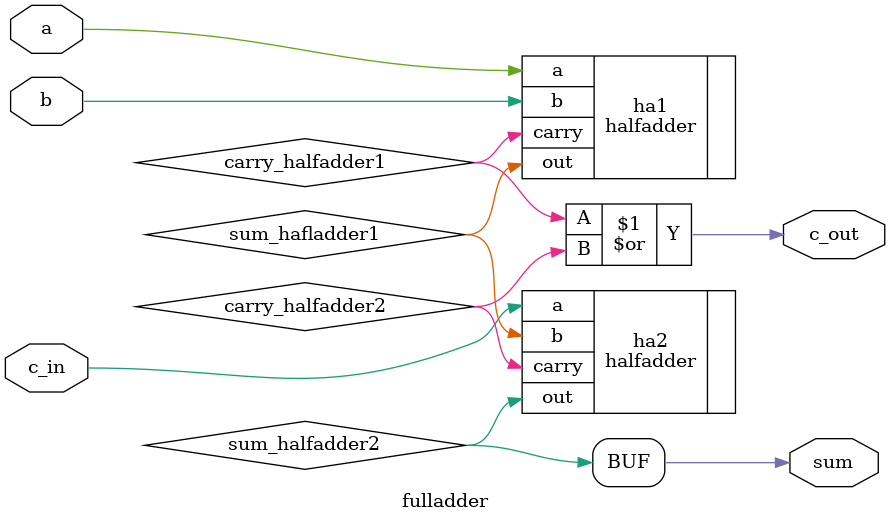
<source format=sv>
module fulladder (
    a, b, c_in,
    sum, c_out
);

input a, b, c_in;
output sum, c_out;

wire sum_hafladder1, sum_halfadder2;
wire carry_halfadder1, carry_halfadder2;

halfadder ha1 (
    .a (a),
    .b (b),
    .out (sum_hafladder1),
    .carry (carry_halfadder1)
);

halfadder ha2 (
    .a (c_in),
    .b (sum_hafladder1),
    .out (sum_halfadder2),
    .carry (carry_halfadder2)
);

assign sum = sum_halfadder2;
assign c_out = carry_halfadder1 | carry_halfadder2;

endmodule
</source>
